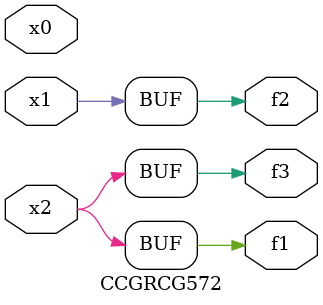
<source format=v>
module CCGRCG572(
	input x0, x1, x2,
	output f1, f2, f3
);
	assign f1 = x2;
	assign f2 = x1;
	assign f3 = x2;
endmodule

</source>
